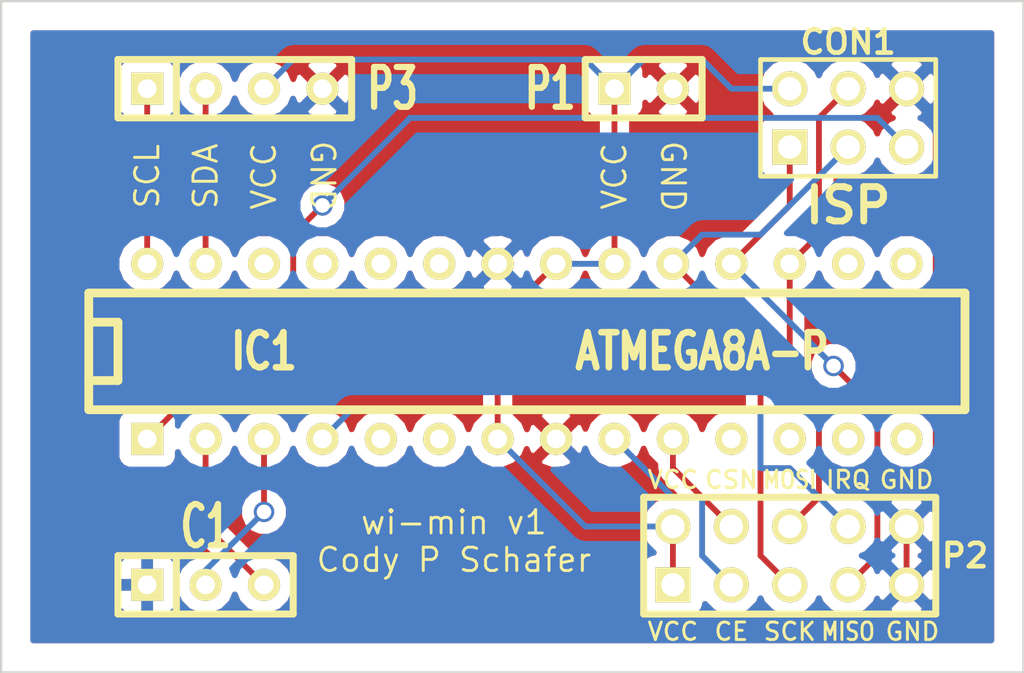
<source format=kicad_pcb>
(kicad_pcb (version 3) (host pcbnew "(2013-04-19 BZR 4011)-stable")

  (general
    (links 28)
    (no_connects 0)
    (area 179.792489 96.469999 224.840001 125.780001)
    (thickness 1.6)
    (drawings 22)
    (tracks 64)
    (zones 0)
    (modules 6)
    (nets 14)
  )

  (page A3)
  (layers
    (15 F.Cu signal)
    (0 B.Cu signal)
    (16 B.Adhes user)
    (17 F.Adhes user)
    (18 B.Paste user)
    (19 F.Paste user)
    (20 B.SilkS user)
    (21 F.SilkS user)
    (22 B.Mask user)
    (23 F.Mask user)
    (24 Dwgs.User user)
    (25 Cmts.User user)
    (26 Eco1.User user)
    (27 Eco2.User user)
    (28 Edge.Cuts user)
  )

  (setup
    (last_trace_width 0.254)
    (trace_clearance 0.254)
    (zone_clearance 0.508)
    (zone_45_only no)
    (trace_min 0.254)
    (segment_width 0.2)
    (edge_width 0.1)
    (via_size 0.889)
    (via_drill 0.635)
    (via_min_size 0.889)
    (via_min_drill 0.508)
    (uvia_size 0.508)
    (uvia_drill 0.127)
    (uvias_allowed no)
    (uvia_min_size 0.508)
    (uvia_min_drill 0.127)
    (pcb_text_width 0.3)
    (pcb_text_size 1.016 1.016)
    (mod_edge_width 0.15)
    (mod_text_size 1 1)
    (mod_text_width 0.15)
    (pad_size 1.5 1.5)
    (pad_drill 0.6)
    (pad_to_mask_clearance 0)
    (aux_axis_origin 180.34 96.52)
    (visible_elements 7FFFFFBF)
    (pcbplotparams
      (layerselection 283148289)
      (usegerberextensions true)
      (excludeedgelayer true)
      (linewidth 152400)
      (plotframeref false)
      (viasonmask true)
      (mode 1)
      (useauxorigin false)
      (hpglpennumber 1)
      (hpglpenspeed 20)
      (hpglpendiameter 15)
      (hpglpenoverlay 2)
      (psnegative false)
      (psa4output false)
      (plotreference true)
      (plotvalue true)
      (plotothertext true)
      (plotinvisibletext false)
      (padsonsilk false)
      (subtractmaskfromsilk false)
      (outputformat 1)
      (mirror false)
      (drillshape 0)
      (scaleselection 1)
      (outputdirectory v1/))
  )

  (net 0 "")
  (net 1 /INT0)
  (net 2 /MISO)
  (net 3 /MOSI)
  (net 4 /RST)
  (net 5 /Rx)
  (net 6 /SCK)
  (net 7 /SCL)
  (net 8 /SDA)
  (net 9 /Tx)
  (net 10 GND)
  (net 11 N-000005)
  (net 12 N-000009)
  (net 13 VCC)

  (net_class Default "This is the default net class."
    (clearance 0.254)
    (trace_width 0.254)
    (via_dia 0.889)
    (via_drill 0.635)
    (uvia_dia 0.508)
    (uvia_drill 0.127)
    (add_net "")
    (add_net /INT0)
    (add_net /MISO)
    (add_net /MOSI)
    (add_net /RST)
    (add_net /Rx)
    (add_net /SCK)
    (add_net /SCL)
    (add_net /SDA)
    (add_net /Tx)
    (add_net GND)
    (add_net N-000005)
    (add_net N-000009)
    (add_net VCC)
  )

  (module SIL-4 (layer F.Cu) (tedit 518DC86B) (tstamp 518DC1EF)
    (at 190.5 100.33)
    (descr "Connecteur 4 pibs")
    (tags "CONN DEV")
    (path /518DC1A2)
    (fp_text reference P3 (at 6.858 0) (layer F.SilkS)
      (effects (font (size 1.73482 1.08712) (thickness 0.3048)))
    )
    (fp_text value CONN_4 (at 9.398 -0.762) (layer F.SilkS) hide
      (effects (font (size 1.524 1.016) (thickness 0.3048)))
    )
    (fp_line (start -5.08 -1.27) (end -5.08 -1.27) (layer F.SilkS) (width 0.3048))
    (fp_line (start -5.08 1.27) (end -5.08 -1.27) (layer F.SilkS) (width 0.3048))
    (fp_line (start -5.08 -1.27) (end -5.08 -1.27) (layer F.SilkS) (width 0.3048))
    (fp_line (start -5.08 -1.27) (end 5.08 -1.27) (layer F.SilkS) (width 0.3048))
    (fp_line (start 5.08 -1.27) (end 5.08 1.27) (layer F.SilkS) (width 0.3048))
    (fp_line (start 5.08 1.27) (end -5.08 1.27) (layer F.SilkS) (width 0.3048))
    (fp_line (start -2.54 1.27) (end -2.54 -1.27) (layer F.SilkS) (width 0.3048))
    (pad 1 thru_hole rect (at -3.81 0) (size 1.397 1.397) (drill 0.8128)
      (layers *.Cu *.Mask F.SilkS)
      (net 7 /SCL)
    )
    (pad 2 thru_hole circle (at -1.27 0) (size 1.397 1.397) (drill 0.8128)
      (layers *.Cu *.Mask F.SilkS)
      (net 8 /SDA)
    )
    (pad 3 thru_hole circle (at 1.27 0) (size 1.397 1.397) (drill 0.8128)
      (layers *.Cu *.Mask F.SilkS)
      (net 13 VCC)
    )
    (pad 4 thru_hole circle (at 3.81 0) (size 1.397 1.397) (drill 0.8128)
      (layers *.Cu *.Mask F.SilkS)
      (net 10 GND)
    )
  )

  (module SIL-2 (layer F.Cu) (tedit 518DC870) (tstamp 518DC205)
    (at 208.28 100.33)
    (descr "Connecteurs 2 pins")
    (tags "CONN DEV")
    (path /518DC280)
    (fp_text reference P1 (at -4.064 0) (layer F.SilkS)
      (effects (font (size 1.72974 1.08712) (thickness 0.3048)))
    )
    (fp_text value BAT_3V (at -7.874 1.524) (layer F.SilkS) hide
      (effects (font (size 1.524 1.016) (thickness 0.3048)))
    )
    (fp_line (start -2.54 1.27) (end -2.54 -1.27) (layer F.SilkS) (width 0.3048))
    (fp_line (start -2.54 -1.27) (end 2.54 -1.27) (layer F.SilkS) (width 0.3048))
    (fp_line (start 2.54 -1.27) (end 2.54 1.27) (layer F.SilkS) (width 0.3048))
    (fp_line (start 2.54 1.27) (end -2.54 1.27) (layer F.SilkS) (width 0.3048))
    (pad 1 thru_hole rect (at -1.27 0) (size 1.397 1.397) (drill 0.8128)
      (layers *.Cu *.Mask F.SilkS)
      (net 13 VCC)
    )
    (pad 2 thru_hole circle (at 1.27 0) (size 1.397 1.397) (drill 0.8128)
      (layers *.Cu *.Mask F.SilkS)
      (net 10 GND)
    )
  )

  (module PIN_ARRAY_5x2 (layer F.Cu) (tedit 518DC70A) (tstamp 518DC217)
    (at 214.63 120.65)
    (descr "Double rangee de contacts 2 x 5 pins")
    (tags CONN)
    (path /518DC201)
    (fp_text reference P2 (at 7.62 0) (layer F.SilkS)
      (effects (font (size 1.016 1.016) (thickness 0.2032)))
    )
    (fp_text value NRF24_CONN_5X2 (at -13.716 1.524) (layer F.SilkS) hide
      (effects (font (size 1.016 1.016) (thickness 0.2032)))
    )
    (fp_line (start -6.35 -2.54) (end 6.35 -2.54) (layer F.SilkS) (width 0.3048))
    (fp_line (start 6.35 -2.54) (end 6.35 2.54) (layer F.SilkS) (width 0.3048))
    (fp_line (start 6.35 2.54) (end -6.35 2.54) (layer F.SilkS) (width 0.3048))
    (fp_line (start -6.35 2.54) (end -6.35 -2.54) (layer F.SilkS) (width 0.3048))
    (pad 1 thru_hole rect (at -5.08 1.27) (size 1.524 1.524) (drill 1.016)
      (layers *.Cu *.Mask F.SilkS)
      (net 13 VCC)
    )
    (pad 2 thru_hole circle (at -5.08 -1.27) (size 1.524 1.524) (drill 1.016)
      (layers *.Cu *.Mask F.SilkS)
      (net 13 VCC)
    )
    (pad 3 thru_hole circle (at -2.54 1.27) (size 1.524 1.524) (drill 1.016)
      (layers *.Cu *.Mask F.SilkS)
      (net 12 N-000009)
    )
    (pad 4 thru_hole circle (at -2.54 -1.27) (size 1.524 1.524) (drill 1.016)
      (layers *.Cu *.Mask F.SilkS)
      (net 11 N-000005)
    )
    (pad 5 thru_hole circle (at 0 1.27) (size 1.524 1.524) (drill 1.016)
      (layers *.Cu *.Mask F.SilkS)
      (net 6 /SCK)
    )
    (pad 6 thru_hole circle (at 0 -1.27) (size 1.524 1.524) (drill 1.016)
      (layers *.Cu *.Mask F.SilkS)
      (net 3 /MOSI)
    )
    (pad 7 thru_hole circle (at 2.54 1.27) (size 1.524 1.524) (drill 1.016)
      (layers *.Cu *.Mask F.SilkS)
      (net 2 /MISO)
    )
    (pad 8 thru_hole circle (at 2.54 -1.27) (size 1.524 1.524) (drill 1.016)
      (layers *.Cu *.Mask F.SilkS)
      (net 1 /INT0)
    )
    (pad 9 thru_hole circle (at 5.08 1.27) (size 1.524 1.524) (drill 1.016)
      (layers *.Cu *.Mask F.SilkS)
      (net 10 GND)
    )
    (pad 10 thru_hole circle (at 5.08 -1.27) (size 1.524 1.524) (drill 1.016)
      (layers *.Cu *.Mask F.SilkS)
      (net 10 GND)
    )
    (model pin_array/pins_array_5x2.wrl
      (at (xyz 0 0 0))
      (scale (xyz 1 1 1))
      (rotate (xyz 0 0 0))
    )
  )

  (module DIP-28__300 (layer F.Cu) (tedit 518DC2B1) (tstamp 518DCA72)
    (at 203.2 111.76)
    (descr "28 pins DIL package, round pads, width 300mil")
    (tags DIL)
    (path /518DABE3)
    (fp_text reference IC1 (at -11.43 0) (layer F.SilkS)
      (effects (font (size 1.524 1.143) (thickness 0.3048)))
    )
    (fp_text value ATMEGA8A-P (at 7.62 0) (layer F.SilkS)
      (effects (font (size 1.524 1.143) (thickness 0.3048)))
    )
    (fp_line (start -19.05 -2.54) (end 19.05 -2.54) (layer F.SilkS) (width 0.381))
    (fp_line (start 19.05 -2.54) (end 19.05 2.54) (layer F.SilkS) (width 0.381))
    (fp_line (start 19.05 2.54) (end -19.05 2.54) (layer F.SilkS) (width 0.381))
    (fp_line (start -19.05 2.54) (end -19.05 -2.54) (layer F.SilkS) (width 0.381))
    (fp_line (start -19.05 -1.27) (end -17.78 -1.27) (layer F.SilkS) (width 0.381))
    (fp_line (start -17.78 -1.27) (end -17.78 1.27) (layer F.SilkS) (width 0.381))
    (fp_line (start -17.78 1.27) (end -19.05 1.27) (layer F.SilkS) (width 0.381))
    (pad 2 thru_hole circle (at -13.97 3.81) (size 1.397 1.397) (drill 0.8128)
      (layers *.Cu *.Mask F.SilkS)
      (net 5 /Rx)
    )
    (pad 3 thru_hole circle (at -11.43 3.81) (size 1.397 1.397) (drill 0.8128)
      (layers *.Cu *.Mask F.SilkS)
      (net 9 /Tx)
    )
    (pad 4 thru_hole circle (at -8.89 3.81) (size 1.397 1.397) (drill 0.8128)
      (layers *.Cu *.Mask F.SilkS)
      (net 1 /INT0)
    )
    (pad 5 thru_hole circle (at -6.35 3.81) (size 1.397 1.397) (drill 0.8128)
      (layers *.Cu *.Mask F.SilkS)
    )
    (pad 6 thru_hole circle (at -3.81 3.81) (size 1.397 1.397) (drill 0.8128)
      (layers *.Cu *.Mask F.SilkS)
    )
    (pad 7 thru_hole circle (at -1.27 3.81) (size 1.397 1.397) (drill 0.8128)
      (layers *.Cu *.Mask F.SilkS)
      (net 13 VCC)
    )
    (pad 8 thru_hole circle (at 1.27 3.81) (size 1.397 1.397) (drill 0.8128)
      (layers *.Cu *.Mask F.SilkS)
      (net 10 GND)
    )
    (pad 9 thru_hole circle (at 3.81 3.81) (size 1.397 1.397) (drill 0.8128)
      (layers *.Cu *.Mask F.SilkS)
      (net 12 N-000009)
    )
    (pad 10 thru_hole circle (at 6.35 3.81) (size 1.397 1.397) (drill 0.8128)
      (layers *.Cu *.Mask F.SilkS)
      (net 11 N-000005)
    )
    (pad 11 thru_hole circle (at 8.89 3.81) (size 1.397 1.397) (drill 0.8128)
      (layers *.Cu *.Mask F.SilkS)
    )
    (pad 12 thru_hole circle (at 11.43 3.81) (size 1.397 1.397) (drill 0.8128)
      (layers *.Cu *.Mask F.SilkS)
    )
    (pad 13 thru_hole circle (at 13.97 3.81) (size 1.397 1.397) (drill 0.8128)
      (layers *.Cu *.Mask F.SilkS)
    )
    (pad 14 thru_hole circle (at 16.51 3.81) (size 1.397 1.397) (drill 0.8128)
      (layers *.Cu *.Mask F.SilkS)
    )
    (pad 1 thru_hole rect (at -16.51 3.81) (size 1.397 1.397) (drill 0.8128)
      (layers *.Cu *.Mask F.SilkS)
      (net 4 /RST)
    )
    (pad 15 thru_hole circle (at 16.51 -3.81) (size 1.397 1.397) (drill 0.8128)
      (layers *.Cu *.Mask F.SilkS)
    )
    (pad 16 thru_hole circle (at 13.97 -3.81) (size 1.397 1.397) (drill 0.8128)
      (layers *.Cu *.Mask F.SilkS)
    )
    (pad 17 thru_hole circle (at 11.43 -3.81) (size 1.397 1.397) (drill 0.8128)
      (layers *.Cu *.Mask F.SilkS)
      (net 3 /MOSI)
    )
    (pad 18 thru_hole circle (at 8.89 -3.81) (size 1.397 1.397) (drill 0.8128)
      (layers *.Cu *.Mask F.SilkS)
      (net 2 /MISO)
    )
    (pad 19 thru_hole circle (at 6.35 -3.81) (size 1.397 1.397) (drill 0.8128)
      (layers *.Cu *.Mask F.SilkS)
      (net 6 /SCK)
    )
    (pad 20 thru_hole circle (at 3.81 -3.81) (size 1.397 1.397) (drill 0.8128)
      (layers *.Cu *.Mask F.SilkS)
      (net 13 VCC)
    )
    (pad 21 thru_hole circle (at 1.27 -3.81) (size 1.397 1.397) (drill 0.8128)
      (layers *.Cu *.Mask F.SilkS)
      (net 13 VCC)
    )
    (pad 22 thru_hole circle (at -1.27 -3.81) (size 1.397 1.397) (drill 0.8128)
      (layers *.Cu *.Mask F.SilkS)
      (net 10 GND)
    )
    (pad 23 thru_hole circle (at -3.81 -3.81) (size 1.397 1.397) (drill 0.8128)
      (layers *.Cu *.Mask F.SilkS)
    )
    (pad 24 thru_hole circle (at -6.35 -3.81) (size 1.397 1.397) (drill 0.8128)
      (layers *.Cu *.Mask F.SilkS)
    )
    (pad 25 thru_hole circle (at -8.89 -3.81) (size 1.397 1.397) (drill 0.8128)
      (layers *.Cu *.Mask F.SilkS)
    )
    (pad 26 thru_hole circle (at -11.43 -3.81) (size 1.397 1.397) (drill 0.8128)
      (layers *.Cu *.Mask F.SilkS)
    )
    (pad 27 thru_hole circle (at -13.97 -3.81) (size 1.397 1.397) (drill 0.8128)
      (layers *.Cu *.Mask F.SilkS)
      (net 8 /SDA)
    )
    (pad 28 thru_hole circle (at -16.51 -3.81) (size 1.397 1.397) (drill 0.8128)
      (layers *.Cu *.Mask F.SilkS)
      (net 7 /SCL)
    )
    (model dil/dil_28-w300.wrl
      (at (xyz 0 0 0))
      (scale (xyz 1 1 1))
      (rotate (xyz 0 0 0))
    )
  )

  (module pin_array_3x2 (layer F.Cu) (tedit 518DC8A9) (tstamp 518DC50B)
    (at 217.17 101.6)
    (descr "Double rangee de contacts 2 x 4 pins")
    (tags CONN)
    (path /518DABB7)
    (fp_text reference CON1 (at 0 -3.302) (layer F.SilkS)
      (effects (font (size 1.016 1.016) (thickness 0.2032)))
    )
    (fp_text value AVR-ISP-6 (at -16.51 2.794) (layer F.SilkS) hide
      (effects (font (size 1.016 1.016) (thickness 0.2032)))
    )
    (fp_line (start 3.81 2.54) (end -3.81 2.54) (layer F.SilkS) (width 0.2032))
    (fp_line (start -3.81 -2.54) (end 3.81 -2.54) (layer F.SilkS) (width 0.2032))
    (fp_line (start 3.81 -2.54) (end 3.81 2.54) (layer F.SilkS) (width 0.2032))
    (fp_line (start -3.81 2.54) (end -3.81 -2.54) (layer F.SilkS) (width 0.2032))
    (pad 1 thru_hole rect (at -2.54 1.27) (size 1.524 1.524) (drill 1.016)
      (layers *.Cu *.Mask F.SilkS)
      (net 2 /MISO)
    )
    (pad 2 thru_hole circle (at -2.54 -1.27) (size 1.524 1.524) (drill 1.016)
      (layers *.Cu *.Mask F.SilkS)
      (net 13 VCC)
    )
    (pad 3 thru_hole circle (at 0 1.27) (size 1.524 1.524) (drill 1.016)
      (layers *.Cu *.Mask F.SilkS)
      (net 6 /SCK)
    )
    (pad 4 thru_hole circle (at 0 -1.27) (size 1.524 1.524) (drill 1.016)
      (layers *.Cu *.Mask F.SilkS)
      (net 3 /MOSI)
    )
    (pad 5 thru_hole circle (at 2.54 1.27) (size 1.524 1.524) (drill 1.016)
      (layers *.Cu *.Mask F.SilkS)
      (net 4 /RST)
    )
    (pad 6 thru_hole circle (at 2.54 -1.27) (size 1.524 1.524) (drill 1.016)
      (layers *.Cu *.Mask F.SilkS)
      (net 10 GND)
    )
    (model pin_array/pins_array_3x2.wrl
      (at (xyz 0 0 0))
      (scale (xyz 1 1 1))
      (rotate (xyz 0 0 0))
    )
  )

  (module SIL-3 (layer F.Cu) (tedit 200000) (tstamp 518DCAA5)
    (at 189.23 121.92)
    (descr "Connecteur 3 pins")
    (tags "CONN DEV")
    (path /518DBD24)
    (fp_text reference C1 (at 0 -2.54) (layer F.SilkS)
      (effects (font (size 1.7907 1.07696) (thickness 0.3048)))
    )
    (fp_text value SERIAL_TTL_3.5MM (at 0 -2.54) (layer F.SilkS) hide
      (effects (font (size 1.524 1.016) (thickness 0.3048)))
    )
    (fp_line (start -3.81 1.27) (end -3.81 -1.27) (layer F.SilkS) (width 0.3048))
    (fp_line (start -3.81 -1.27) (end 3.81 -1.27) (layer F.SilkS) (width 0.3048))
    (fp_line (start 3.81 -1.27) (end 3.81 1.27) (layer F.SilkS) (width 0.3048))
    (fp_line (start 3.81 1.27) (end -3.81 1.27) (layer F.SilkS) (width 0.3048))
    (fp_line (start -1.27 -1.27) (end -1.27 1.27) (layer F.SilkS) (width 0.3048))
    (pad 1 thru_hole rect (at -2.54 0) (size 1.397 1.397) (drill 0.8128)
      (layers *.Cu *.Mask F.SilkS)
      (net 10 GND)
    )
    (pad 2 thru_hole circle (at 0 0) (size 1.397 1.397) (drill 0.8128)
      (layers *.Cu *.Mask F.SilkS)
      (net 9 /Tx)
    )
    (pad 3 thru_hole circle (at 2.54 0) (size 1.397 1.397) (drill 0.8128)
      (layers *.Cu *.Mask F.SilkS)
      (net 5 /Rx)
    )
  )

  (gr_text "wi-min v1\nCody P Schafer" (at 200.025 120.015) (layer F.SilkS)
    (effects (font (size 1.016 1.016) (thickness 0.127)))
  )
  (gr_text CSN (at 212.09 117.348) (layer F.SilkS)
    (effects (font (size 0.762 0.762) (thickness 0.127)))
  )
  (gr_text MOSI (at 214.63 117.348) (layer F.SilkS)
    (effects (font (size 0.762 0.635) (thickness 0.127)))
  )
  (gr_text IRQ (at 217.17 117.348) (layer F.SilkS)
    (effects (font (size 0.762 0.762) (thickness 0.127)))
  )
  (gr_text GND (at 219.71 117.348) (layer F.SilkS)
    (effects (font (size 0.762 0.762) (thickness 0.127)))
  )
  (gr_text GND (at 219.964 123.952) (layer F.SilkS)
    (effects (font (size 0.762 0.762) (thickness 0.127)))
  )
  (gr_text MISO (at 217.17 123.952) (layer F.SilkS)
    (effects (font (size 0.762 0.635) (thickness 0.127)))
  )
  (gr_text CE (at 212.09 123.952) (layer F.SilkS)
    (effects (font (size 0.762 0.762) (thickness 0.127)))
  )
  (gr_text SCK (at 214.63 123.952) (layer F.SilkS)
    (effects (font (size 0.762 0.762) (thickness 0.127)))
  )
  (gr_text "VCC\n" (at 209.55 123.952) (layer F.SilkS)
    (effects (font (size 0.762 0.762) (thickness 0.127)))
  )
  (gr_text VCC (at 209.55 117.348) (layer F.SilkS)
    (effects (font (size 0.762 0.762) (thickness 0.127)))
  )
  (gr_text ISP (at 217.17 105.41) (layer F.SilkS)
    (effects (font (size 1.5 1.5) (thickness 0.3)))
  )
  (gr_text GND (at 209.55 104.14 270) (layer F.SilkS)
    (effects (font (size 1.016 1.016) (thickness 0.127)))
  )
  (gr_text VCC (at 207.01 104.14 90) (layer F.SilkS)
    (effects (font (size 1.016 1.016) (thickness 0.127)))
  )
  (gr_text GND (at 194.31 104.14 270) (layer F.SilkS)
    (effects (font (size 1.016 1.016) (thickness 0.127)))
  )
  (gr_text VCC (at 191.77 104.14 90) (layer F.SilkS)
    (effects (font (size 1.016 1.016) (thickness 0.127)))
  )
  (gr_text SDA (at 189.23 104.14 90) (layer F.SilkS)
    (effects (font (size 1.016 1.016) (thickness 0.127)))
  )
  (gr_text SCL (at 186.69 104.14 90) (layer F.SilkS)
    (effects (font (size 1.016 1.016) (thickness 0.127)))
  )
  (gr_line (start 224.79 96.52) (end 180.34 96.52) (angle 90) (layer Edge.Cuts) (width 0.1))
  (gr_line (start 224.79 125.73) (end 224.79 96.52) (angle 90) (layer Edge.Cuts) (width 0.1))
  (gr_line (start 180.34 125.73) (end 224.79 125.73) (angle 90) (layer Edge.Cuts) (width 0.1))
  (gr_line (start 180.34 96.52) (end 180.34 125.73) (angle 90) (layer Edge.Cuts) (width 0.1))

  (segment (start 217.17 119.38) (end 214.63 116.84) (width 0.254) (layer B.Cu) (net 1) (status 80000))
  (segment (start 214.63 116.84) (end 213.36 116.84) (width 0.254) (layer B.Cu) (net 1) (status 80000))
  (segment (start 213.36 116.84) (end 213.36 114.3) (width 0.254) (layer B.Cu) (net 1) (status 80000))
  (segment (start 213.36 114.3) (end 195.58 114.3) (width 0.254) (layer B.Cu) (net 1) (status 80000))
  (segment (start 195.58 114.3) (end 194.31 115.57) (width 0.254) (layer B.Cu) (net 1) (status 80000))
  (segment (start 212.09 107.95) (end 216.535 112.395) (width 0.254) (layer B.Cu) (net 2) (status 80000))
  (via (at 216.535 112.395) (size 0.889) (layers F.Cu B.Cu) (net 2) (status 80000))
  (segment (start 216.535 112.395) (end 218.44 114.3) (width 0.254) (layer F.Cu) (net 2) (status 80000))
  (segment (start 218.44 114.3) (end 218.44 120.65) (width 0.254) (layer F.Cu) (net 2) (status 80000))
  (segment (start 218.44 120.65) (end 217.17 121.92) (width 0.254) (layer F.Cu) (net 2) (status 80000))
  (segment (start 212.09 107.95) (end 214.63 105.41) (width 0.254) (layer F.Cu) (net 2) (status 80000))
  (segment (start 214.63 105.41) (end 214.63 102.87) (width 0.254) (layer F.Cu) (net 2) (status 80000))
  (segment (start 214.63 107.95) (end 215.9 106.68) (width 0.254) (layer F.Cu) (net 3) (status 80000))
  (segment (start 215.9 106.68) (end 215.9 101.6) (width 0.254) (layer F.Cu) (net 3) (status 80000))
  (segment (start 215.9 101.6) (end 217.17 100.33) (width 0.254) (layer F.Cu) (net 3) (status 80000))
  (segment (start 214.63 119.38) (end 215.9 118.11) (width 0.254) (layer F.Cu) (net 3) (status 80000))
  (segment (start 215.9 118.11) (end 215.9 114.3) (width 0.254) (layer F.Cu) (net 3) (status 80000))
  (segment (start 215.9 114.3) (end 214.63 113.03) (width 0.254) (layer F.Cu) (net 3) (status 80000))
  (segment (start 214.63 113.03) (end 214.63 107.95) (width 0.254) (layer F.Cu) (net 3) (status 80000))
  (segment (start 186.69 115.57) (end 193.04 109.22) (width 0.254) (layer F.Cu) (net 4) (status 80000))
  (segment (start 193.04 109.22) (end 193.04 106.68) (width 0.254) (layer F.Cu) (net 4) (status 80000))
  (segment (start 193.04 106.68) (end 194.31 105.41) (width 0.254) (layer F.Cu) (net 4) (status 80000))
  (via (at 194.31 105.41) (size 0.889) (layers F.Cu B.Cu) (net 4) (status 80000))
  (segment (start 194.31 105.41) (end 198.12 101.6) (width 0.254) (layer B.Cu) (net 4) (status 80000))
  (segment (start 198.12 101.6) (end 218.44 101.6) (width 0.254) (layer B.Cu) (net 4) (status 80000))
  (segment (start 218.44 101.6) (end 219.71 102.87) (width 0.254) (layer B.Cu) (net 4) (status 80000))
  (segment (start 191.77 121.92) (end 189.23 119.38) (width 0.254) (layer F.Cu) (net 5) (status 80000))
  (segment (start 189.23 119.38) (end 189.23 115.57) (width 0.254) (layer F.Cu) (net 5) (status 80000))
  (segment (start 209.55 107.95) (end 213.36 111.76) (width 0.254) (layer F.Cu) (net 6) (status 80000))
  (segment (start 213.36 111.76) (end 213.36 120.65) (width 0.254) (layer F.Cu) (net 6) (status 80000))
  (segment (start 213.36 120.65) (end 214.63 121.92) (width 0.254) (layer F.Cu) (net 6) (status 80000))
  (segment (start 217.17 102.87) (end 213.36 106.68) (width 0.254) (layer B.Cu) (net 6) (status 80000))
  (segment (start 213.36 106.68) (end 210.82 106.68) (width 0.254) (layer B.Cu) (net 6) (status 80000))
  (segment (start 210.82 106.68) (end 209.55 107.95) (width 0.254) (layer B.Cu) (net 6) (status 80000))
  (segment (start 186.69 107.95) (end 186.69 100.33) (width 0.254) (layer F.Cu) (net 7) (status 80000))
  (segment (start 189.23 107.95) (end 189.23 100.33) (width 0.254) (layer F.Cu) (net 8) (status 80000))
  (segment (start 189.23 121.92) (end 189.23 121.285) (width 0.254) (layer B.Cu) (net 9) (status 80000))
  (segment (start 189.23 121.285) (end 191.77 118.745) (width 0.254) (layer B.Cu) (net 9) (status 80000))
  (via (at 191.77 118.745) (size 0.889) (layers F.Cu B.Cu) (net 9) (status 80000))
  (segment (start 191.77 118.745) (end 191.77 115.57) (width 0.254) (layer F.Cu) (net 9) (status 80000))
  (segment (start 219.71 119.38) (end 220.98 118.11) (width 0.254) (layer F.Cu) (net 10) (status 80000))
  (segment (start 220.98 118.11) (end 220.98 101.6) (width 0.254) (layer F.Cu) (net 10) (status 80000))
  (segment (start 220.98 101.6) (end 219.71 100.33) (width 0.254) (layer F.Cu) (net 10) (status 80000))
  (segment (start 219.71 121.92) (end 219.71 119.38) (width 0.254) (layer F.Cu) (net 10) (status 80000))
  (segment (start 212.09 119.38) (end 209.55 116.84) (width 0.254) (layer F.Cu) (net 11) (status 80000))
  (segment (start 209.55 116.84) (end 209.55 115.57) (width 0.254) (layer F.Cu) (net 11) (status 80000))
  (segment (start 207.01 115.57) (end 209.55 118.11) (width 0.254) (layer B.Cu) (net 12) (status 80000))
  (segment (start 209.55 118.11) (end 210.82 118.11) (width 0.254) (layer B.Cu) (net 12) (status 80000))
  (segment (start 210.82 118.11) (end 210.82 120.65) (width 0.254) (layer B.Cu) (net 12) (status 80000))
  (segment (start 210.82 120.65) (end 212.09 121.92) (width 0.254) (layer B.Cu) (net 12) (status 80000))
  (segment (start 201.93 115.57) (end 205.74 119.38) (width 0.254) (layer B.Cu) (net 13) (status 80000))
  (segment (start 205.74 119.38) (end 209.55 119.38) (width 0.254) (layer B.Cu) (net 13) (status 80000))
  (segment (start 204.47 107.95) (end 201.93 110.49) (width 0.254) (layer F.Cu) (net 13) (status 80000))
  (segment (start 201.93 110.49) (end 201.93 115.57) (width 0.254) (layer F.Cu) (net 13) (status 80000))
  (segment (start 207.01 100.33) (end 205.74 99.06) (width 0.254) (layer B.Cu) (net 13) (status 80000))
  (segment (start 205.74 99.06) (end 193.04 99.06) (width 0.254) (layer B.Cu) (net 13) (status 80000))
  (segment (start 193.04 99.06) (end 191.77 100.33) (width 0.254) (layer B.Cu) (net 13) (status 80000))
  (segment (start 207.01 100.33) (end 208.28 99.06) (width 0.254) (layer B.Cu) (net 13) (status 80000))
  (segment (start 208.28 99.06) (end 210.82 99.06) (width 0.254) (layer B.Cu) (net 13) (status 80000))
  (segment (start 210.82 99.06) (end 212.09 100.33) (width 0.254) (layer B.Cu) (net 13) (status 80000))
  (segment (start 212.09 100.33) (end 214.63 100.33) (width 0.254) (layer B.Cu) (net 13) (status 80000))
  (segment (start 207.01 100.33) (end 207.01 107.95) (width 0.254) (layer F.Cu) (net 13) (status 80000))
  (segment (start 209.55 119.38) (end 209.55 121.92) (width 0.254) (layer F.Cu) (net 13) (status 80000))
  (segment (start 207.01 107.95) (end 204.47 107.95) (width 0.254) (layer B.Cu) (net 13) (status 80000))

  (zone (net 10) (net_name GND) (layer F.Cu) (tstamp 518DC3F9) (hatch edge 0.508)
    (connect_pads (clearance 0.508))
    (min_thickness 0.254)
    (fill (arc_segments 16) (thermal_gap 0.508) (thermal_bridge_width 0.508))
    (polygon
      (pts
        (xy 181.61 124.46) (xy 223.52 124.46) (xy 223.52 97.79) (xy 181.61 97.79)
      )
    )
    (filled_polygon
      (pts
        (xy 223.393 124.333) (xy 221.119143 124.333) (xy 221.119143 122.127696) (xy 221.119143 119.587696) (xy 221.119143 100.537696)
        (xy 221.09136 99.982631) (xy 220.932396 99.598858) (xy 220.690212 99.529393) (xy 220.510607 99.708998) (xy 220.510607 99.349788)
        (xy 220.441142 99.107604) (xy 219.917696 98.920857) (xy 219.362631 98.94864) (xy 218.978858 99.107604) (xy 218.909393 99.349788)
        (xy 219.71 100.150395) (xy 220.510607 99.349788) (xy 220.510607 99.708998) (xy 219.889605 100.33) (xy 220.690212 101.130607)
        (xy 220.932396 101.061142) (xy 221.119143 100.537696) (xy 221.119143 119.587696) (xy 221.107241 119.34991) (xy 221.107241 102.593339)
        (xy 220.895009 102.079697) (xy 220.50237 101.686372) (xy 220.310269 101.606605) (xy 220.441142 101.552396) (xy 220.510607 101.310212)
        (xy 219.71 100.509605) (xy 218.909393 101.310212) (xy 218.978858 101.552396) (xy 219.119321 101.602508) (xy 218.919697 101.684991)
        (xy 218.526372 102.07763) (xy 218.44005 102.285514) (xy 218.355009 102.079697) (xy 217.96237 101.686372) (xy 217.754485 101.60005)
        (xy 217.960303 101.515009) (xy 218.353628 101.12237) (xy 218.433394 100.930269) (xy 218.487604 101.061142) (xy 218.729788 101.130607)
        (xy 219.530395 100.33) (xy 218.729788 99.529393) (xy 218.487604 99.598858) (xy 218.437491 99.739321) (xy 218.355009 99.539697)
        (xy 217.96237 99.146372) (xy 217.449099 98.933244) (xy 216.893339 98.932759) (xy 216.379697 99.144991) (xy 215.986372 99.53763)
        (xy 215.90005 99.745514) (xy 215.815009 99.539697) (xy 215.42237 99.146372) (xy 214.909099 98.933244) (xy 214.353339 98.932759)
        (xy 213.839697 99.144991) (xy 213.446372 99.53763) (xy 213.233244 100.050901) (xy 213.232759 100.606661) (xy 213.444991 101.120303)
        (xy 213.796963 101.47289) (xy 213.742245 101.47289) (xy 213.508771 101.569359) (xy 213.329987 101.747832) (xy 213.233111 101.981136)
        (xy 213.23289 102.233755) (xy 213.23289 103.757755) (xy 213.329359 103.991229) (xy 213.507832 104.170013) (xy 213.741136 104.266889)
        (xy 213.868 104.266999) (xy 213.868 105.094369) (xy 212.345646 106.616723) (xy 211.825914 106.61627) (xy 211.33562 106.818855)
        (xy 210.960174 107.193647) (xy 210.895924 107.348377) (xy 210.895924 100.52252) (xy 210.867146 99.992802) (xy 210.719798 99.637072)
        (xy 210.484186 99.575419) (xy 210.304581 99.755024) (xy 210.304581 99.395814) (xy 210.242928 99.160202) (xy 209.74252 98.984076)
        (xy 209.212802 99.012854) (xy 208.857072 99.160202) (xy 208.795419 99.395814) (xy 209.55 100.150395) (xy 210.304581 99.395814)
        (xy 210.304581 99.755024) (xy 209.729605 100.33) (xy 210.484186 101.084581) (xy 210.719798 101.022928) (xy 210.895924 100.52252)
        (xy 210.895924 107.348377) (xy 210.819906 107.531448) (xy 210.681145 107.19562) (xy 210.306353 106.820174) (xy 210.304581 106.819438)
        (xy 210.304581 101.264186) (xy 209.55 100.509605) (xy 208.795419 101.264186) (xy 208.857072 101.499798) (xy 209.35748 101.675924)
        (xy 209.887198 101.647146) (xy 210.242928 101.499798) (xy 210.304581 101.264186) (xy 210.304581 106.819438) (xy 209.816413 106.616733)
        (xy 209.285914 106.61627) (xy 208.79562 106.818855) (xy 208.420174 107.193647) (xy 208.279906 107.531448) (xy 208.141145 107.19562)
        (xy 207.772 106.82583) (xy 207.772 101.66361) (xy 207.834255 101.66361) (xy 208.067729 101.567141) (xy 208.246513 101.388668)
        (xy 208.343389 101.155364) (xy 208.343582 100.934519) (xy 208.380202 101.022928) (xy 208.615814 101.084581) (xy 209.370395 100.33)
        (xy 208.615814 99.575419) (xy 208.380202 99.637072) (xy 208.34361 99.741036) (xy 208.34361 99.505745) (xy 208.247141 99.272271)
        (xy 208.068668 99.093487) (xy 207.835364 98.996611) (xy 207.582745 98.99639) (xy 206.185745 98.99639) (xy 205.952271 99.092859)
        (xy 205.773487 99.271332) (xy 205.676611 99.504636) (xy 205.67639 99.757255) (xy 205.67639 101.154255) (xy 205.772859 101.387729)
        (xy 205.951332 101.566513) (xy 206.184636 101.663389) (xy 206.248 101.663444) (xy 206.248 106.826461) (xy 205.880174 107.193647)
        (xy 205.739906 107.531448) (xy 205.601145 107.19562) (xy 205.226353 106.820174) (xy 204.736413 106.616733) (xy 204.205914 106.61627)
        (xy 203.71562 106.818855) (xy 203.340174 107.193647) (xy 203.206685 107.515122) (xy 203.099798 107.257072) (xy 202.864186 107.195419)
        (xy 202.684581 107.375024) (xy 202.684581 107.015814) (xy 202.622928 106.780202) (xy 202.12252 106.604076) (xy 201.592802 106.632854)
        (xy 201.237072 106.780202) (xy 201.175419 107.015814) (xy 201.93 107.770395) (xy 202.684581 107.015814) (xy 202.684581 107.375024)
        (xy 202.109605 107.95) (xy 202.123747 107.964142) (xy 201.944142 108.143747) (xy 201.93 108.129605) (xy 201.175419 108.884186)
        (xy 201.237072 109.119798) (xy 201.73748 109.295924) (xy 202.064195 109.278174) (xy 201.391185 109.951185) (xy 201.226004 110.198395)
        (xy 201.168 110.49) (xy 201.168 114.446461) (xy 200.800174 114.813647) (xy 200.659906 115.151448) (xy 200.521145 114.81562)
        (xy 200.146353 114.440174) (xy 199.656413 114.236733) (xy 199.125914 114.23627) (xy 198.63562 114.438855) (xy 198.260174 114.813647)
        (xy 198.119906 115.151448) (xy 197.981145 114.81562) (xy 197.606353 114.440174) (xy 197.116413 114.236733) (xy 196.585914 114.23627)
        (xy 196.09562 114.438855) (xy 195.720174 114.813647) (xy 195.579906 115.151448) (xy 195.441145 114.81562) (xy 195.066353 114.440174)
        (xy 194.576413 114.236733) (xy 194.045914 114.23627) (xy 193.55562 114.438855) (xy 193.180174 114.813647) (xy 193.039906 115.151448)
        (xy 192.901145 114.81562) (xy 192.526353 114.440174) (xy 192.036413 114.236733) (xy 191.505914 114.23627) (xy 191.01562 114.438855)
        (xy 190.640174 114.813647) (xy 190.499906 115.151448) (xy 190.361145 114.81562) (xy 189.986353 114.440174) (xy 189.496413 114.236733)
        (xy 189.101241 114.236388) (xy 193.578815 109.758815) (xy 193.743996 109.511605) (xy 193.801999 109.22) (xy 193.802 109.22)
        (xy 193.802 109.182951) (xy 194.043587 109.283267) (xy 194.574086 109.28373) (xy 195.06438 109.081145) (xy 195.439826 108.706353)
        (xy 195.580093 108.368551) (xy 195.718855 108.70438) (xy 196.093647 109.079826) (xy 196.583587 109.283267) (xy 197.114086 109.28373)
        (xy 197.60438 109.081145) (xy 197.979826 108.706353) (xy 198.120093 108.368551) (xy 198.258855 108.70438) (xy 198.633647 109.079826)
        (xy 199.123587 109.283267) (xy 199.654086 109.28373) (xy 200.14438 109.081145) (xy 200.519826 108.706353) (xy 200.653314 108.384877)
        (xy 200.760202 108.642928) (xy 200.995814 108.704581) (xy 201.750395 107.95) (xy 200.995814 107.195419) (xy 200.760202 107.257072)
        (xy 200.661917 107.536316) (xy 200.521145 107.19562) (xy 200.146353 106.820174) (xy 199.656413 106.616733) (xy 199.125914 106.61627)
        (xy 198.63562 106.818855) (xy 198.260174 107.193647) (xy 198.119906 107.531448) (xy 197.981145 107.19562) (xy 197.606353 106.820174)
        (xy 197.116413 106.616733) (xy 196.585914 106.61627) (xy 196.09562 106.818855) (xy 195.720174 107.193647) (xy 195.655924 107.348377)
        (xy 195.655924 100.52252) (xy 195.627146 99.992802) (xy 195.479798 99.637072) (xy 195.244186 99.575419) (xy 195.064581 99.755024)
        (xy 195.064581 99.395814) (xy 195.002928 99.160202) (xy 194.50252 98.984076) (xy 193.972802 99.012854) (xy 193.617072 99.160202)
        (xy 193.555419 99.395814) (xy 194.31 100.150395) (xy 195.064581 99.395814) (xy 195.064581 99.755024) (xy 194.489605 100.33)
        (xy 195.244186 101.084581) (xy 195.479798 101.022928) (xy 195.655924 100.52252) (xy 195.655924 107.348377) (xy 195.579906 107.531448)
        (xy 195.441145 107.19562) (xy 195.066353 106.820174) (xy 194.576413 106.616733) (xy 194.181242 106.616388) (xy 194.308131 106.489499)
        (xy 194.523784 106.489687) (xy 194.920689 106.325689) (xy 195.224622 106.022286) (xy 195.389313 105.625668) (xy 195.389687 105.196216)
        (xy 195.225689 104.799311) (xy 195.064581 104.637921) (xy 195.064581 101.264186) (xy 194.31 100.509605) (xy 193.555419 101.264186)
        (xy 193.617072 101.499798) (xy 194.11748 101.675924) (xy 194.647198 101.647146) (xy 195.002928 101.499798) (xy 195.064581 101.264186)
        (xy 195.064581 104.637921) (xy 194.922286 104.495378) (xy 194.525668 104.330687) (xy 194.096216 104.330313) (xy 193.699311 104.494311)
        (xy 193.395378 104.797714) (xy 193.230687 105.194332) (xy 193.230497 105.411871) (xy 192.501185 106.141185) (xy 192.336004 106.388395)
        (xy 192.278 106.68) (xy 192.278 106.717048) (xy 192.036413 106.616733) (xy 191.505914 106.61627) (xy 191.01562 106.818855)
        (xy 190.640174 107.193647) (xy 190.499906 107.531448) (xy 190.361145 107.19562) (xy 189.992 106.82583) (xy 189.992 101.453538)
        (xy 190.359826 101.086353) (xy 190.500093 100.748551) (xy 190.638855 101.08438) (xy 191.013647 101.459826) (xy 191.503587 101.663267)
        (xy 192.034086 101.66373) (xy 192.52438 101.461145) (xy 192.899826 101.086353) (xy 193.033314 100.764877) (xy 193.140202 101.022928)
        (xy 193.375814 101.084581) (xy 194.130395 100.33) (xy 193.375814 99.575419) (xy 193.140202 99.637072) (xy 193.041917 99.916316)
        (xy 192.901145 99.57562) (xy 192.526353 99.200174) (xy 192.036413 98.996733) (xy 191.505914 98.99627) (xy 191.01562 99.198855)
        (xy 190.640174 99.573647) (xy 190.499906 99.911448) (xy 190.361145 99.57562) (xy 189.986353 99.200174) (xy 189.496413 98.996733)
        (xy 188.965914 98.99627) (xy 188.47562 99.198855) (xy 188.100174 99.573647) (xy 188.02361 99.758033) (xy 188.02361 99.505745)
        (xy 187.927141 99.272271) (xy 187.748668 99.093487) (xy 187.515364 98.996611) (xy 187.262745 98.99639) (xy 185.865745 98.99639)
        (xy 185.632271 99.092859) (xy 185.453487 99.271332) (xy 185.356611 99.504636) (xy 185.35639 99.757255) (xy 185.35639 101.154255)
        (xy 185.452859 101.387729) (xy 185.631332 101.566513) (xy 185.864636 101.663389) (xy 185.928 101.663444) (xy 185.928 106.826461)
        (xy 185.560174 107.193647) (xy 185.356733 107.683587) (xy 185.35627 108.214086) (xy 185.558855 108.70438) (xy 185.933647 109.079826)
        (xy 186.423587 109.283267) (xy 186.954086 109.28373) (xy 187.44438 109.081145) (xy 187.819826 108.706353) (xy 187.960093 108.368551)
        (xy 188.098855 108.70438) (xy 188.473647 109.079826) (xy 188.963587 109.283267) (xy 189.494086 109.28373) (xy 189.98438 109.081145)
        (xy 190.359826 108.706353) (xy 190.500093 108.368551) (xy 190.638855 108.70438) (xy 191.013647 109.079826) (xy 191.503587 109.283267)
        (xy 191.898758 109.283611) (xy 186.94598 114.23639) (xy 185.865745 114.23639) (xy 185.632271 114.332859) (xy 185.453487 114.511332)
        (xy 185.356611 114.744636) (xy 185.35639 114.997255) (xy 185.35639 116.394255) (xy 185.452859 116.627729) (xy 185.631332 116.806513)
        (xy 185.864636 116.903389) (xy 186.117255 116.90361) (xy 187.514255 116.90361) (xy 187.747729 116.807141) (xy 187.926513 116.628668)
        (xy 188.023389 116.395364) (xy 188.02361 116.142745) (xy 188.02361 116.142272) (xy 188.098855 116.32438) (xy 188.468 116.694169)
        (xy 188.468 119.38) (xy 188.526004 119.671605) (xy 188.691185 119.918815) (xy 189.358982 120.586613) (xy 188.965914 120.58627)
        (xy 188.47562 120.788855) (xy 188.100174 121.163647) (xy 188.023609 121.348034) (xy 188.02361 121.347255) (xy 188.023389 121.094636)
        (xy 187.926513 120.861332) (xy 187.747729 120.682859) (xy 187.514255 120.58639) (xy 186.97575 120.5865) (xy 186.817 120.74525)
        (xy 186.817 121.793) (xy 186.837 121.793) (xy 186.837 122.047) (xy 186.817 122.047) (xy 186.817 123.09475)
        (xy 186.97575 123.2535) (xy 187.514255 123.25361) (xy 187.747729 123.157141) (xy 187.926513 122.978668) (xy 188.023389 122.745364)
        (xy 188.02361 122.492745) (xy 188.023609 122.492272) (xy 188.098855 122.67438) (xy 188.473647 123.049826) (xy 188.963587 123.253267)
        (xy 189.494086 123.25373) (xy 189.98438 123.051145) (xy 190.359826 122.676353) (xy 190.500093 122.338551) (xy 190.638855 122.67438)
        (xy 191.013647 123.049826) (xy 191.503587 123.253267) (xy 192.034086 123.25373) (xy 192.52438 123.051145) (xy 192.899826 122.676353)
        (xy 193.103267 122.186413) (xy 193.10373 121.655914) (xy 192.901145 121.16562) (xy 192.526353 120.790174) (xy 192.036413 120.586733)
        (xy 191.513907 120.586276) (xy 189.992 119.064369) (xy 189.992 116.693538) (xy 190.359826 116.326353) (xy 190.500093 115.988551)
        (xy 190.638855 116.32438) (xy 191.008 116.694169) (xy 191.008 117.980358) (xy 190.855378 118.132714) (xy 190.690687 118.529332)
        (xy 190.690313 118.958784) (xy 190.854311 119.355689) (xy 191.157714 119.659622) (xy 191.554332 119.824313) (xy 191.983784 119.824687)
        (xy 192.380689 119.660689) (xy 192.684622 119.357286) (xy 192.849313 118.960668) (xy 192.849687 118.531216) (xy 192.685689 118.134311)
        (xy 192.532 117.980353) (xy 192.532 116.693538) (xy 192.899826 116.326353) (xy 193.040093 115.988551) (xy 193.178855 116.32438)
        (xy 193.553647 116.699826) (xy 194.043587 116.903267) (xy 194.574086 116.90373) (xy 195.06438 116.701145) (xy 195.439826 116.326353)
        (xy 195.580093 115.988551) (xy 195.718855 116.32438) (xy 196.093647 116.699826) (xy 196.583587 116.903267) (xy 197.114086 116.90373)
        (xy 197.60438 116.701145) (xy 197.979826 116.326353) (xy 198.120093 115.988551) (xy 198.258855 116.32438) (xy 198.633647 116.699826)
        (xy 199.123587 116.903267) (xy 199.654086 116.90373) (xy 200.14438 116.701145) (xy 200.519826 116.326353) (xy 200.660093 115.988551)
        (xy 200.798855 116.32438) (xy 201.173647 116.699826) (xy 201.663587 116.903267) (xy 202.194086 116.90373) (xy 202.68438 116.701145)
        (xy 203.059826 116.326353) (xy 203.193314 116.004877) (xy 203.300202 116.262928) (xy 203.535814 116.324581) (xy 204.290395 115.57)
        (xy 203.535814 114.815419) (xy 203.300202 114.877072) (xy 203.201917 115.156316) (xy 203.061145 114.81562) (xy 202.692 114.44583)
        (xy 202.692 110.80563) (xy 204.214354 109.283276) (xy 204.734086 109.28373) (xy 205.22438 109.081145) (xy 205.599826 108.706353)
        (xy 205.740093 108.368551) (xy 205.878855 108.70438) (xy 206.253647 109.079826) (xy 206.743587 109.283267) (xy 207.274086 109.28373)
        (xy 207.76438 109.081145) (xy 208.139826 108.706353) (xy 208.280093 108.368551) (xy 208.418855 108.70438) (xy 208.793647 109.079826)
        (xy 209.283587 109.283267) (xy 209.806092 109.283723) (xy 212.598 112.07563) (xy 212.598 114.337048) (xy 212.356413 114.236733)
        (xy 211.825914 114.23627) (xy 211.33562 114.438855) (xy 210.960174 114.813647) (xy 210.819906 115.151448) (xy 210.681145 114.81562)
        (xy 210.306353 114.440174) (xy 209.816413 114.236733) (xy 209.285914 114.23627) (xy 208.79562 114.438855) (xy 208.420174 114.813647)
        (xy 208.279906 115.151448) (xy 208.141145 114.81562) (xy 207.766353 114.440174) (xy 207.276413 114.236733) (xy 206.745914 114.23627)
        (xy 206.25562 114.438855) (xy 205.880174 114.813647) (xy 205.746685 115.135122) (xy 205.639798 114.877072) (xy 205.404186 114.815419)
        (xy 205.224581 114.995024) (xy 205.224581 114.635814) (xy 205.162928 114.400202) (xy 204.66252 114.224076) (xy 204.132802 114.252854)
        (xy 203.777072 114.400202) (xy 203.715419 114.635814) (xy 204.47 115.390395) (xy 205.224581 114.635814) (xy 205.224581 114.995024)
        (xy 204.649605 115.57) (xy 205.404186 116.324581) (xy 205.639798 116.262928) (xy 205.738082 115.983683) (xy 205.878855 116.32438)
        (xy 206.253647 116.699826) (xy 206.743587 116.903267) (xy 207.274086 116.90373) (xy 207.76438 116.701145) (xy 208.139826 116.326353)
        (xy 208.280093 115.988551) (xy 208.418855 116.32438) (xy 208.788 116.694169) (xy 208.788 116.84) (xy 208.846004 117.131605)
        (xy 209.011185 117.378815) (xy 209.615427 117.983057) (xy 209.273339 117.982759) (xy 208.759697 118.194991) (xy 208.366372 118.58763)
        (xy 208.153244 119.100901) (xy 208.152759 119.656661) (xy 208.364991 120.170303) (xy 208.716963 120.52289) (xy 208.662245 120.52289)
        (xy 208.428771 120.619359) (xy 208.249987 120.797832) (xy 208.153111 121.031136) (xy 208.15289 121.283755) (xy 208.15289 122.807755)
        (xy 208.249359 123.041229) (xy 208.427832 123.220013) (xy 208.661136 123.316889) (xy 208.913755 123.31711) (xy 210.437755 123.31711)
        (xy 210.671229 123.220641) (xy 210.850013 123.042168) (xy 210.946889 122.808864) (xy 210.946938 122.752323) (xy 211.29763 123.103628)
        (xy 211.810901 123.316756) (xy 212.366661 123.317241) (xy 212.880303 123.105009) (xy 213.273628 122.71237) (xy 213.359949 122.504485)
        (xy 213.444991 122.710303) (xy 213.83763 123.103628) (xy 214.350901 123.316756) (xy 214.906661 123.317241) (xy 215.420303 123.105009)
        (xy 215.813628 122.71237) (xy 215.899949 122.504485) (xy 215.984991 122.710303) (xy 216.37763 123.103628) (xy 216.890901 123.316756)
        (xy 217.446661 123.317241) (xy 217.960303 123.105009) (xy 218.353628 122.71237) (xy 218.433394 122.520269) (xy 218.487604 122.651142)
        (xy 218.729788 122.720607) (xy 219.530395 121.92) (xy 219.516252 121.905857) (xy 219.695857 121.726252) (xy 219.71 121.740395)
        (xy 220.510607 120.939788) (xy 220.441142 120.697604) (xy 220.317652 120.653547) (xy 220.441142 120.602396) (xy 220.510607 120.360212)
        (xy 219.71 119.559605) (xy 219.695857 119.573747) (xy 219.516252 119.394142) (xy 219.530395 119.38) (xy 219.516252 119.365857)
        (xy 219.695857 119.186252) (xy 219.71 119.200395) (xy 220.510607 118.399788) (xy 220.441142 118.157604) (xy 219.917696 117.970857)
        (xy 219.362631 117.99864) (xy 219.202 118.065175) (xy 219.202 116.802951) (xy 219.443587 116.903267) (xy 219.974086 116.90373)
        (xy 220.46438 116.701145) (xy 220.839826 116.326353) (xy 221.043267 115.836413) (xy 221.04373 115.305914) (xy 220.841145 114.81562)
        (xy 220.466353 114.440174) (xy 219.976413 114.236733) (xy 219.445914 114.23627) (xy 219.202 114.337053) (xy 219.202 114.3)
        (xy 219.201999 114.299999) (xy 219.143996 114.008395) (xy 218.978815 113.761185) (xy 218.978815 113.761184) (xy 217.614499 112.396868)
        (xy 217.614687 112.181216) (xy 217.450689 111.784311) (xy 217.147286 111.480378) (xy 216.750668 111.315687) (xy 216.321216 111.315313)
        (xy 215.924311 111.479311) (xy 215.620378 111.782714) (xy 215.455687 112.179332) (xy 215.455313 112.608784) (xy 215.57424 112.89661)
        (xy 215.392 112.714369) (xy 215.392 109.073538) (xy 215.759826 108.706353) (xy 215.900093 108.368551) (xy 216.038855 108.70438)
        (xy 216.413647 109.079826) (xy 216.903587 109.283267) (xy 217.434086 109.28373) (xy 217.92438 109.081145) (xy 218.299826 108.706353)
        (xy 218.440093 108.368551) (xy 218.578855 108.70438) (xy 218.953647 109.079826) (xy 219.443587 109.283267) (xy 219.974086 109.28373)
        (xy 220.46438 109.081145) (xy 220.839826 108.706353) (xy 221.043267 108.216413) (xy 221.04373 107.685914) (xy 220.841145 107.19562)
        (xy 220.466353 106.820174) (xy 219.976413 106.616733) (xy 219.445914 106.61627) (xy 218.95562 106.818855) (xy 218.580174 107.193647)
        (xy 218.439906 107.531448) (xy 218.301145 107.19562) (xy 217.926353 106.820174) (xy 217.436413 106.616733) (xy 216.905914 106.61627)
        (xy 216.653969 106.720371) (xy 216.661999 106.68) (xy 216.662 106.68) (xy 216.662 104.171708) (xy 216.890901 104.266756)
        (xy 217.446661 104.267241) (xy 217.960303 104.055009) (xy 218.353628 103.66237) (xy 218.439949 103.454485) (xy 218.524991 103.660303)
        (xy 218.91763 104.053628) (xy 219.430901 104.266756) (xy 219.986661 104.267241) (xy 220.500303 104.055009) (xy 220.893628 103.66237)
        (xy 221.106756 103.149099) (xy 221.107241 102.593339) (xy 221.107241 119.34991) (xy 221.09136 119.032631) (xy 220.932396 118.648858)
        (xy 220.690212 118.579393) (xy 219.889605 119.38) (xy 220.690212 120.180607) (xy 220.932396 120.111142) (xy 221.119143 119.587696)
        (xy 221.119143 122.127696) (xy 221.09136 121.572631) (xy 220.932396 121.188858) (xy 220.690212 121.119393) (xy 219.889605 121.92)
        (xy 220.690212 122.720607) (xy 220.932396 122.651142) (xy 221.119143 122.127696) (xy 221.119143 124.333) (xy 220.510607 124.333)
        (xy 220.510607 122.900212) (xy 219.71 122.099605) (xy 218.909393 122.900212) (xy 218.978858 123.142396) (xy 219.502304 123.329143)
        (xy 220.057369 123.30136) (xy 220.441142 123.142396) (xy 220.510607 122.900212) (xy 220.510607 124.333) (xy 205.224581 124.333)
        (xy 205.224581 116.504186) (xy 204.47 115.749605) (xy 203.715419 116.504186) (xy 203.777072 116.739798) (xy 204.27748 116.915924)
        (xy 204.807198 116.887146) (xy 205.162928 116.739798) (xy 205.224581 116.504186) (xy 205.224581 124.333) (xy 186.563 124.333)
        (xy 186.563 123.09475) (xy 186.563 122.047) (xy 186.563 121.793) (xy 186.563 120.74525) (xy 186.40425 120.5865)
        (xy 185.865745 120.58639) (xy 185.632271 120.682859) (xy 185.453487 120.861332) (xy 185.356611 121.094636) (xy 185.35639 121.347255)
        (xy 185.3565 121.63425) (xy 185.51525 121.793) (xy 186.563 121.793) (xy 186.563 122.047) (xy 185.51525 122.047)
        (xy 185.3565 122.20575) (xy 185.35639 122.492745) (xy 185.356611 122.745364) (xy 185.453487 122.978668) (xy 185.632271 123.157141)
        (xy 185.865745 123.25361) (xy 186.40425 123.2535) (xy 186.563 123.09475) (xy 186.563 124.333) (xy 181.737 124.333)
        (xy 181.737 97.917) (xy 223.393 97.917) (xy 223.393 124.333)
      )
    )
  )
  (zone (net 10) (net_name GND) (layer B.Cu) (tstamp 518DC40A) (hatch edge 0.508)
    (connect_pads (clearance 0.508))
    (min_thickness 0.254)
    (fill (arc_segments 16) (thermal_gap 0.508) (thermal_bridge_width 0.508))
    (polygon
      (pts
        (xy 181.61 97.79) (xy 181.61 124.46) (xy 223.52 124.46) (xy 223.52 97.79)
      )
    )
    (filled_polygon
      (pts
        (xy 208.65844 118.296071) (xy 208.366372 118.58763) (xy 208.353761 118.618) (xy 206.05563 118.618) (xy 204.349634 116.912004)
        (xy 204.807198 116.887146) (xy 205.162928 116.739798) (xy 205.224581 116.504186) (xy 204.47 115.749605) (xy 204.455857 115.763747)
        (xy 204.276252 115.584142) (xy 204.290395 115.57) (xy 204.276252 115.555857) (xy 204.455857 115.376252) (xy 204.47 115.390395)
        (xy 204.484142 115.376252) (xy 204.663747 115.555857) (xy 204.649605 115.57) (xy 205.404186 116.324581) (xy 205.639798 116.262928)
        (xy 205.738082 115.983683) (xy 205.878855 116.32438) (xy 206.253647 116.699826) (xy 206.743587 116.903267) (xy 207.266092 116.903723)
        (xy 208.65844 118.296071)
      )
    )
    (filled_polygon
      (pts
        (xy 209.743747 100.344142) (xy 209.564142 100.523747) (xy 209.55 100.509605) (xy 209.535857 100.523747) (xy 209.356252 100.344142)
        (xy 209.370395 100.33) (xy 209.356252 100.315857) (xy 209.535857 100.136252) (xy 209.55 100.150395) (xy 209.564142 100.136252)
        (xy 209.743747 100.315857) (xy 209.729605 100.33) (xy 209.743747 100.344142)
      )
    )
    (filled_polygon
      (pts
        (xy 223.393 124.333) (xy 221.119143 124.333) (xy 221.119143 122.127696) (xy 221.119143 119.587696) (xy 221.119143 100.537696)
        (xy 221.09136 99.982631) (xy 220.932396 99.598858) (xy 220.690212 99.529393) (xy 220.510607 99.708998) (xy 220.510607 99.349788)
        (xy 220.441142 99.107604) (xy 219.917696 98.920857) (xy 219.362631 98.94864) (xy 218.978858 99.107604) (xy 218.909393 99.349788)
        (xy 219.71 100.150395) (xy 220.510607 99.349788) (xy 220.510607 99.708998) (xy 219.889605 100.33) (xy 220.690212 101.130607)
        (xy 220.932396 101.061142) (xy 221.119143 100.537696) (xy 221.119143 119.587696) (xy 221.107241 119.34991) (xy 221.107241 102.593339)
        (xy 220.895009 102.079697) (xy 220.50237 101.686372) (xy 220.310269 101.606605) (xy 220.441142 101.552396) (xy 220.510607 101.310212)
        (xy 219.71 100.509605) (xy 219.695857 100.523747) (xy 219.516252 100.344142) (xy 219.530395 100.33) (xy 218.729788 99.529393)
        (xy 218.487604 99.598858) (xy 218.437491 99.739321) (xy 218.355009 99.539697) (xy 217.96237 99.146372) (xy 217.449099 98.933244)
        (xy 216.893339 98.932759) (xy 216.379697 99.144991) (xy 215.986372 99.53763) (xy 215.90005 99.745514) (xy 215.815009 99.539697)
        (xy 215.42237 99.146372) (xy 214.909099 98.933244) (xy 214.353339 98.932759) (xy 213.839697 99.144991) (xy 213.446372 99.53763)
        (xy 213.433761 99.568) (xy 212.40563 99.568) (xy 211.358815 98.521185) (xy 211.111605 98.356004) (xy 210.82 98.298)
        (xy 208.28 98.298) (xy 207.988395 98.356004) (xy 207.741184 98.521185) (xy 207.265979 98.99639) (xy 206.75402 98.99639)
        (xy 206.278815 98.521185) (xy 206.031605 98.356004) (xy 205.74 98.298) (xy 193.04 98.298) (xy 192.748395 98.356004)
        (xy 192.501184 98.521185) (xy 192.025645 98.996723) (xy 191.505914 98.99627) (xy 191.01562 99.198855) (xy 190.640174 99.573647)
        (xy 190.499906 99.911448) (xy 190.361145 99.57562) (xy 189.986353 99.200174) (xy 189.496413 98.996733) (xy 188.965914 98.99627)
        (xy 188.47562 99.198855) (xy 188.100174 99.573647) (xy 188.02361 99.758033) (xy 188.02361 99.505745) (xy 187.927141 99.272271)
        (xy 187.748668 99.093487) (xy 187.515364 98.996611) (xy 187.262745 98.99639) (xy 185.865745 98.99639) (xy 185.632271 99.092859)
        (xy 185.453487 99.271332) (xy 185.356611 99.504636) (xy 185.35639 99.757255) (xy 185.35639 101.154255) (xy 185.452859 101.387729)
        (xy 185.631332 101.566513) (xy 185.864636 101.663389) (xy 186.117255 101.66361) (xy 187.514255 101.66361) (xy 187.747729 101.567141)
        (xy 187.926513 101.388668) (xy 188.023389 101.155364) (xy 188.02361 100.902745) (xy 188.02361 100.902272) (xy 188.098855 101.08438)
        (xy 188.473647 101.459826) (xy 188.963587 101.663267) (xy 189.494086 101.66373) (xy 189.98438 101.461145) (xy 190.359826 101.086353)
        (xy 190.500093 100.748551) (xy 190.638855 101.08438) (xy 191.013647 101.459826) (xy 191.503587 101.663267) (xy 192.034086 101.66373)
        (xy 192.52438 101.461145) (xy 192.899826 101.086353) (xy 193.033314 100.764877) (xy 193.140202 101.022928) (xy 193.375814 101.084581)
        (xy 194.130395 100.33) (xy 194.116252 100.315857) (xy 194.295857 100.136252) (xy 194.31 100.150395) (xy 194.324142 100.136252)
        (xy 194.503747 100.315857) (xy 194.489605 100.33) (xy 195.244186 101.084581) (xy 195.479798 101.022928) (xy 195.655924 100.52252)
        (xy 195.627146 99.992802) (xy 195.556397 99.822) (xy 205.424369 99.822) (xy 205.67639 100.07402) (xy 205.67639 100.838)
        (xy 198.12 100.838) (xy 197.828395 100.896004) (xy 197.581184 101.061185) (xy 195.064581 103.577788) (xy 195.064581 101.264186)
        (xy 194.31 100.509605) (xy 193.555419 101.264186) (xy 193.617072 101.499798) (xy 194.11748 101.675924) (xy 194.647198 101.647146)
        (xy 195.002928 101.499798) (xy 195.064581 101.264186) (xy 195.064581 103.577788) (xy 194.311869 104.3305) (xy 194.096216 104.330313)
        (xy 193.699311 104.494311) (xy 193.395378 104.797714) (xy 193.230687 105.194332) (xy 193.230313 105.623784) (xy 193.394311 106.020689)
        (xy 193.697714 106.324622) (xy 194.094332 106.489313) (xy 194.523784 106.489687) (xy 194.920689 106.325689) (xy 195.224622 106.022286)
        (xy 195.389313 105.625668) (xy 195.389502 105.408127) (xy 198.43563 102.362) (xy 213.23289 102.362) (xy 213.23289 103.757755)
        (xy 213.329359 103.991229) (xy 213.507832 104.170013) (xy 213.741136 104.266889) (xy 213.993755 104.26711) (xy 214.695259 104.26711)
        (xy 213.044369 105.918) (xy 210.82 105.918) (xy 210.528395 105.976004) (xy 210.281184 106.141185) (xy 209.805645 106.616723)
        (xy 209.285914 106.61627) (xy 208.79562 106.818855) (xy 208.420174 107.193647) (xy 208.279906 107.531448) (xy 208.141145 107.19562)
        (xy 207.766353 106.820174) (xy 207.276413 106.616733) (xy 206.745914 106.61627) (xy 206.25562 106.818855) (xy 205.88583 107.188)
        (xy 205.593538 107.188) (xy 205.226353 106.820174) (xy 204.736413 106.616733) (xy 204.205914 106.61627) (xy 203.71562 106.818855)
        (xy 203.340174 107.193647) (xy 203.206685 107.515122) (xy 203.099798 107.257072) (xy 202.864186 107.195419) (xy 202.684581 107.375024)
        (xy 202.684581 107.015814) (xy 202.622928 106.780202) (xy 202.12252 106.604076) (xy 201.592802 106.632854) (xy 201.237072 106.780202)
        (xy 201.175419 107.015814) (xy 201.93 107.770395) (xy 202.684581 107.015814) (xy 202.684581 107.375024) (xy 202.109605 107.95)
        (xy 202.864186 108.704581) (xy 203.099798 108.642928) (xy 203.198082 108.363683) (xy 203.338855 108.70438) (xy 203.713647 109.079826)
        (xy 204.203587 109.283267) (xy 204.734086 109.28373) (xy 205.22438 109.081145) (xy 205.594169 108.712) (xy 205.886461 108.712)
        (xy 206.253647 109.079826) (xy 206.743587 109.283267) (xy 207.274086 109.28373) (xy 207.76438 109.081145) (xy 208.139826 108.706353)
        (xy 208.280093 108.368551) (xy 208.418855 108.70438) (xy 208.793647 109.079826) (xy 209.283587 109.283267) (xy 209.814086 109.28373)
        (xy 210.30438 109.081145) (xy 210.679826 108.706353) (xy 210.820093 108.368551) (xy 210.958855 108.70438) (xy 211.333647 109.079826)
        (xy 211.823587 109.283267) (xy 212.346092 109.283723) (xy 215.4555 112.393131) (xy 215.455313 112.608784) (xy 215.619311 113.005689)
        (xy 215.922714 113.309622) (xy 216.319332 113.474313) (xy 216.748784 113.474687) (xy 217.145689 113.310689) (xy 217.449622 113.007286)
        (xy 217.614313 112.610668) (xy 217.614687 112.181216) (xy 217.450689 111.784311) (xy 217.147286 111.480378) (xy 216.750668 111.315687)
        (xy 216.533128 111.315497) (xy 214.501017 109.283386) (xy 214.894086 109.28373) (xy 215.38438 109.081145) (xy 215.759826 108.706353)
        (xy 215.900093 108.368551) (xy 216.038855 108.70438) (xy 216.413647 109.079826) (xy 216.903587 109.283267) (xy 217.434086 109.28373)
        (xy 217.92438 109.081145) (xy 218.299826 108.706353) (xy 218.440093 108.368551) (xy 218.578855 108.70438) (xy 218.953647 109.079826)
        (xy 219.443587 109.283267) (xy 219.974086 109.28373) (xy 220.46438 109.081145) (xy 220.839826 108.706353) (xy 221.043267 108.216413)
        (xy 221.04373 107.685914) (xy 220.841145 107.19562) (xy 220.466353 106.820174) (xy 219.976413 106.616733) (xy 219.445914 106.61627)
        (xy 218.95562 106.818855) (xy 218.580174 107.193647) (xy 218.439906 107.531448) (xy 218.301145 107.19562) (xy 217.926353 106.820174)
        (xy 217.436413 106.616733) (xy 216.905914 106.61627) (xy 216.41562 106.818855) (xy 216.040174 107.193647) (xy 215.899906 107.531448)
        (xy 215.761145 107.19562) (xy 215.386353 106.820174) (xy 214.896413 106.616733) (xy 214.501242 106.616388) (xy 216.862618 104.255012)
        (xy 216.890901 104.266756) (xy 217.446661 104.267241) (xy 217.960303 104.055009) (xy 218.353628 103.66237) (xy 218.439949 103.454485)
        (xy 218.524991 103.660303) (xy 218.91763 104.053628) (xy 219.430901 104.266756) (xy 219.986661 104.267241) (xy 220.500303 104.055009)
        (xy 220.893628 103.66237) (xy 221.106756 103.149099) (xy 221.107241 102.593339) (xy 221.107241 119.34991) (xy 221.09136 119.032631)
        (xy 221.04373 118.917642) (xy 221.04373 115.305914) (xy 220.841145 114.81562) (xy 220.466353 114.440174) (xy 219.976413 114.236733)
        (xy 219.445914 114.23627) (xy 218.95562 114.438855) (xy 218.580174 114.813647) (xy 218.439906 115.151448) (xy 218.301145 114.81562)
        (xy 217.926353 114.440174) (xy 217.436413 114.236733) (xy 216.905914 114.23627) (xy 216.41562 114.438855) (xy 216.040174 114.813647)
        (xy 215.899906 115.151448) (xy 215.761145 114.81562) (xy 215.386353 114.440174) (xy 214.896413 114.236733) (xy 214.365914 114.23627)
        (xy 214.122 114.337053) (xy 214.122 114.3) (xy 214.063996 114.008395) (xy 213.898815 113.761185) (xy 213.651605 113.596004)
        (xy 213.36 113.538) (xy 202.684581 113.538) (xy 202.684581 108.884186) (xy 201.93 108.129605) (xy 201.750395 108.30921)
        (xy 201.750395 107.95) (xy 200.995814 107.195419) (xy 200.760202 107.257072) (xy 200.661917 107.536316) (xy 200.521145 107.19562)
        (xy 200.146353 106.820174) (xy 199.656413 106.616733) (xy 199.125914 106.61627) (xy 198.63562 106.818855) (xy 198.260174 107.193647)
        (xy 198.119906 107.531448) (xy 197.981145 107.19562) (xy 197.606353 106.820174) (xy 197.116413 106.616733) (xy 196.585914 106.61627)
        (xy 196.09562 106.818855) (xy 195.720174 107.193647) (xy 195.579906 107.531448) (xy 195.441145 107.19562) (xy 195.066353 106.820174)
        (xy 194.576413 106.616733) (xy 194.045914 106.61627) (xy 193.55562 106.818855) (xy 193.180174 107.193647) (xy 193.039906 107.531448)
        (xy 192.901145 107.19562) (xy 192.526353 106.820174) (xy 192.036413 106.616733) (xy 191.505914 106.61627) (xy 191.01562 106.818855)
        (xy 190.640174 107.193647) (xy 190.499906 107.531448) (xy 190.361145 107.19562) (xy 189.986353 106.820174) (xy 189.496413 106.616733)
        (xy 188.965914 106.61627) (xy 188.47562 106.818855) (xy 188.100174 107.193647) (xy 187.959906 107.531448) (xy 187.821145 107.19562)
        (xy 187.446353 106.820174) (xy 186.956413 106.616733) (xy 186.425914 106.61627) (xy 185.93562 106.818855) (xy 185.560174 107.193647)
        (xy 185.356733 107.683587) (xy 185.35627 108.214086) (xy 185.558855 108.70438) (xy 185.933647 109.079826) (xy 186.423587 109.283267)
        (xy 186.954086 109.28373) (xy 187.44438 109.081145) (xy 187.819826 108.706353) (xy 187.960093 108.368551) (xy 188.098855 108.70438)
        (xy 188.473647 109.079826) (xy 188.963587 109.283267) (xy 189.494086 109.28373) (xy 189.98438 109.081145) (xy 190.359826 108.706353)
        (xy 190.500093 108.368551) (xy 190.638855 108.70438) (xy 191.013647 109.079826) (xy 191.503587 109.283267) (xy 192.034086 109.28373)
        (xy 192.52438 109.081145) (xy 192.899826 108.706353) (xy 193.040093 108.368551) (xy 193.178855 108.70438) (xy 193.553647 109.079826)
        (xy 194.043587 109.283267) (xy 194.574086 109.28373) (xy 195.06438 109.081145) (xy 195.439826 108.706353) (xy 195.580093 108.368551)
        (xy 195.718855 108.70438) (xy 196.093647 109.079826) (xy 196.583587 109.283267) (xy 197.114086 109.28373) (xy 197.60438 109.081145)
        (xy 197.979826 108.706353) (xy 198.120093 108.368551) (xy 198.258855 108.70438) (xy 198.633647 109.079826) (xy 199.123587 109.283267)
        (xy 199.654086 109.28373) (xy 200.14438 109.081145) (xy 200.519826 108.706353) (xy 200.653314 108.384877) (xy 200.760202 108.642928)
        (xy 200.995814 108.704581) (xy 201.750395 107.95) (xy 201.750395 108.30921) (xy 201.175419 108.884186) (xy 201.237072 109.119798)
        (xy 201.73748 109.295924) (xy 202.267198 109.267146) (xy 202.622928 109.119798) (xy 202.684581 108.884186) (xy 202.684581 113.538)
        (xy 195.58 113.538) (xy 195.288395 113.596004) (xy 195.041184 113.761185) (xy 194.565645 114.236723) (xy 194.045914 114.23627)
        (xy 193.55562 114.438855) (xy 193.180174 114.813647) (xy 193.039906 115.151448) (xy 192.901145 114.81562) (xy 192.526353 114.440174)
        (xy 192.036413 114.236733) (xy 191.505914 114.23627) (xy 191.01562 114.438855) (xy 190.640174 114.813647) (xy 190.499906 115.151448)
        (xy 190.361145 114.81562) (xy 189.986353 114.440174) (xy 189.496413 114.236733) (xy 188.965914 114.23627) (xy 188.47562 114.438855)
        (xy 188.100174 114.813647) (xy 188.02361 114.998033) (xy 188.02361 114.745745) (xy 187.927141 114.512271) (xy 187.748668 114.333487)
        (xy 187.515364 114.236611) (xy 187.262745 114.23639) (xy 185.865745 114.23639) (xy 185.632271 114.332859) (xy 185.453487 114.511332)
        (xy 185.356611 114.744636) (xy 185.35639 114.997255) (xy 185.35639 116.394255) (xy 185.452859 116.627729) (xy 185.631332 116.806513)
        (xy 185.864636 116.903389) (xy 186.117255 116.90361) (xy 187.514255 116.90361) (xy 187.747729 116.807141) (xy 187.926513 116.628668)
        (xy 188.023389 116.395364) (xy 188.02361 116.142745) (xy 188.02361 116.142272) (xy 188.098855 116.32438) (xy 188.473647 116.699826)
        (xy 188.963587 116.903267) (xy 189.494086 116.90373) (xy 189.98438 116.701145) (xy 190.359826 116.326353) (xy 190.500093 115.988551)
        (xy 190.638855 116.32438) (xy 191.013647 116.699826) (xy 191.503587 116.903267) (xy 192.034086 116.90373) (xy 192.52438 116.701145)
        (xy 192.899826 116.326353) (xy 193.040093 115.988551) (xy 193.178855 116.32438) (xy 193.553647 116.699826) (xy 194.043587 116.903267)
        (xy 194.574086 116.90373) (xy 195.06438 116.701145) (xy 195.439826 116.326353) (xy 195.580093 115.988551) (xy 195.718855 116.32438)
        (xy 196.093647 116.699826) (xy 196.583587 116.903267) (xy 197.114086 116.90373) (xy 197.60438 116.701145) (xy 197.979826 116.326353)
        (xy 198.120093 115.988551) (xy 198.258855 116.32438) (xy 198.633647 116.699826) (xy 199.123587 116.903267) (xy 199.654086 116.90373)
        (xy 200.14438 116.701145) (xy 200.519826 116.326353) (xy 200.660093 115.988551) (xy 200.798855 116.32438) (xy 201.173647 116.699826)
        (xy 201.663587 116.903267) (xy 202.186092 116.903723) (xy 205.201184 119.918815) (xy 205.201185 119.918815) (xy 205.448395 120.083996)
        (xy 205.74 120.142) (xy 208.353296 120.142) (xy 208.364991 120.170303) (xy 208.716963 120.52289) (xy 208.662245 120.52289)
        (xy 208.428771 120.619359) (xy 208.249987 120.797832) (xy 208.153111 121.031136) (xy 208.15289 121.283755) (xy 208.15289 122.807755)
        (xy 208.249359 123.041229) (xy 208.427832 123.220013) (xy 208.661136 123.316889) (xy 208.913755 123.31711) (xy 210.437755 123.31711)
        (xy 210.671229 123.220641) (xy 210.850013 123.042168) (xy 210.946889 122.808864) (xy 210.946938 122.752323) (xy 211.29763 123.103628)
        (xy 211.810901 123.316756) (xy 212.366661 123.317241) (xy 212.880303 123.105009) (xy 213.273628 122.71237) (xy 213.359949 122.504485)
        (xy 213.444991 122.710303) (xy 213.83763 123.103628) (xy 214.350901 123.316756) (xy 214.906661 123.317241) (xy 215.420303 123.105009)
        (xy 215.813628 122.71237) (xy 215.899949 122.504485) (xy 215.984991 122.710303) (xy 216.37763 123.103628) (xy 216.890901 123.316756)
        (xy 217.446661 123.317241) (xy 217.960303 123.105009) (xy 218.353628 122.71237) (xy 218.433394 122.520269) (xy 218.487604 122.651142)
        (xy 218.729788 122.720607) (xy 219.530395 121.92) (xy 218.729788 121.119393) (xy 218.487604 121.188858) (xy 218.437491 121.329321)
        (xy 218.355009 121.129697) (xy 217.96237 120.736372) (xy 217.754485 120.65005) (xy 217.960303 120.565009) (xy 218.353628 120.17237)
        (xy 218.433394 119.980269) (xy 218.487604 120.111142) (xy 218.729788 120.180607) (xy 219.530395 119.38) (xy 218.729788 118.579393)
        (xy 218.487604 118.648858) (xy 218.437491 118.789321) (xy 218.355009 118.589697) (xy 217.96237 118.196372) (xy 217.449099 117.983244)
        (xy 216.893339 117.982759) (xy 216.862947 117.995316) (xy 215.476657 116.609027) (xy 215.759826 116.326353) (xy 215.900093 115.988551)
        (xy 216.038855 116.32438) (xy 216.413647 116.699826) (xy 216.903587 116.903267) (xy 217.434086 116.90373) (xy 217.92438 116.701145)
        (xy 218.299826 116.326353) (xy 218.440093 115.988551) (xy 218.578855 116.32438) (xy 218.953647 116.699826) (xy 219.443587 116.903267)
        (xy 219.974086 116.90373) (xy 220.46438 116.701145) (xy 220.839826 116.326353) (xy 221.043267 115.836413) (xy 221.04373 115.305914)
        (xy 221.04373 118.917642) (xy 220.932396 118.648858) (xy 220.690212 118.579393) (xy 220.510607 118.758998) (xy 220.510607 118.399788)
        (xy 220.441142 118.157604) (xy 219.917696 117.970857) (xy 219.362631 117.99864) (xy 218.978858 118.157604) (xy 218.909393 118.399788)
        (xy 219.71 119.200395) (xy 220.510607 118.399788) (xy 220.510607 118.758998) (xy 219.889605 119.38) (xy 220.690212 120.180607)
        (xy 220.932396 120.111142) (xy 221.119143 119.587696) (xy 221.119143 122.127696) (xy 221.09136 121.572631) (xy 220.932396 121.188858)
        (xy 220.690212 121.119393) (xy 220.510607 121.298998) (xy 220.510607 120.939788) (xy 220.441142 120.697604) (xy 220.317652 120.653547)
        (xy 220.441142 120.602396) (xy 220.510607 120.360212) (xy 219.71 119.559605) (xy 218.909393 120.360212) (xy 218.978858 120.602396)
        (xy 219.102347 120.646452) (xy 218.978858 120.697604) (xy 218.909393 120.939788) (xy 219.71 121.740395) (xy 220.510607 120.939788)
        (xy 220.510607 121.298998) (xy 219.889605 121.92) (xy 220.690212 122.720607) (xy 220.932396 122.651142) (xy 221.119143 122.127696)
        (xy 221.119143 124.333) (xy 220.510607 124.333) (xy 220.510607 122.900212) (xy 219.71 122.099605) (xy 218.909393 122.900212)
        (xy 218.978858 123.142396) (xy 219.502304 123.329143) (xy 220.057369 123.30136) (xy 220.441142 123.142396) (xy 220.510607 122.900212)
        (xy 220.510607 124.333) (xy 193.10373 124.333) (xy 193.10373 121.655914) (xy 192.901145 121.16562) (xy 192.526353 120.790174)
        (xy 192.036413 120.586733) (xy 191.505914 120.58627) (xy 191.01562 120.788855) (xy 190.640174 121.163647) (xy 190.499906 121.501448)
        (xy 190.380402 121.212227) (xy 191.768131 119.824499) (xy 191.983784 119.824687) (xy 192.380689 119.660689) (xy 192.684622 119.357286)
        (xy 192.849313 118.960668) (xy 192.849687 118.531216) (xy 192.685689 118.134311) (xy 192.382286 117.830378) (xy 191.985668 117.665687)
        (xy 191.556216 117.665313) (xy 191.159311 117.829311) (xy 190.855378 118.132714) (xy 190.690687 118.529332) (xy 190.690497 118.746871)
        (xy 188.770255 120.667114) (xy 188.47562 120.788855) (xy 188.100174 121.163647) (xy 188.023609 121.348034) (xy 188.02361 121.347255)
        (xy 188.023389 121.094636) (xy 187.926513 120.861332) (xy 187.747729 120.682859) (xy 187.514255 120.58639) (xy 186.97575 120.5865)
        (xy 186.817 120.74525) (xy 186.817 121.793) (xy 186.837 121.793) (xy 186.837 122.047) (xy 186.817 122.047)
        (xy 186.817 123.09475) (xy 186.97575 123.2535) (xy 187.514255 123.25361) (xy 187.747729 123.157141) (xy 187.926513 122.978668)
        (xy 188.023389 122.745364) (xy 188.02361 122.492745) (xy 188.023609 122.492272) (xy 188.098855 122.67438) (xy 188.473647 123.049826)
        (xy 188.963587 123.253267) (xy 189.494086 123.25373) (xy 189.98438 123.051145) (xy 190.359826 122.676353) (xy 190.500093 122.338551)
        (xy 190.638855 122.67438) (xy 191.013647 123.049826) (xy 191.503587 123.253267) (xy 192.034086 123.25373) (xy 192.52438 123.051145)
        (xy 192.899826 122.676353) (xy 193.103267 122.186413) (xy 193.10373 121.655914) (xy 193.10373 124.333) (xy 186.563 124.333)
        (xy 186.563 123.09475) (xy 186.563 122.047) (xy 186.563 121.793) (xy 186.563 120.74525) (xy 186.40425 120.5865)
        (xy 185.865745 120.58639) (xy 185.632271 120.682859) (xy 185.453487 120.861332) (xy 185.356611 121.094636) (xy 185.35639 121.347255)
        (xy 185.3565 121.63425) (xy 185.51525 121.793) (xy 186.563 121.793) (xy 186.563 122.047) (xy 185.51525 122.047)
        (xy 185.3565 122.20575) (xy 185.35639 122.492745) (xy 185.356611 122.745364) (xy 185.453487 122.978668) (xy 185.632271 123.157141)
        (xy 185.865745 123.25361) (xy 186.40425 123.2535) (xy 186.563 123.09475) (xy 186.563 124.333) (xy 181.737 124.333)
        (xy 181.737 97.917) (xy 223.393 97.917) (xy 223.393 124.333)
      )
    )
  )
)

</source>
